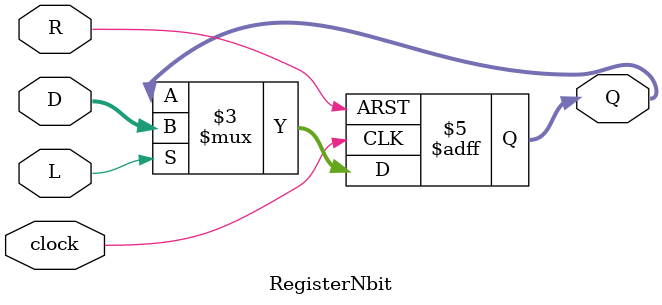
<source format=v>
`timescale 1ns / 1ps


module RegisterNbit(D, Q,  L, R, clock);

    parameter N = 4; // number of bits

    output reg [N-1:0]Q; // registered output
    input [N-1:0]D; // data input
    input L; // load enable
    input R; // positive logic asynchronous reset
    input clock; // positive edge clock
    
                 
    always @(posedge clock or posedge R) begin

    if(R)
        Q <= 0;
    else if(L)
        Q <= D;
    else
        Q <= Q;
end

endmodule

</source>
